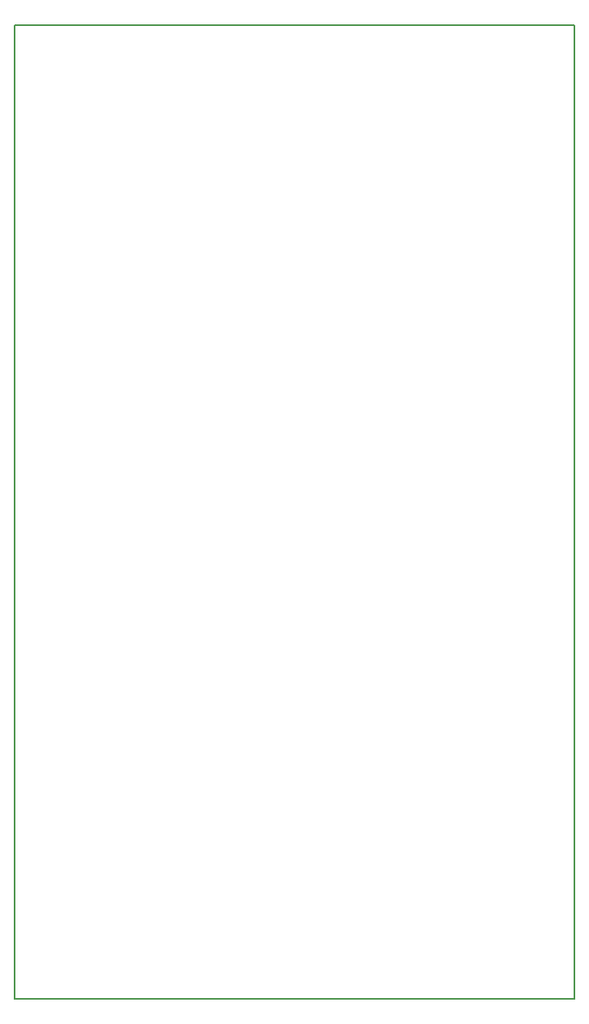
<source format=gbr>
G04 #@! TF.GenerationSoftware,KiCad,Pcbnew,(5.0.1)-4*
G04 #@! TF.CreationDate,2019-02-15T22:12:16-03:00*
G04 #@! TF.ProjectId,reflow,7265666C6F772E6B696361645F706362,rev?*
G04 #@! TF.SameCoordinates,Original*
G04 #@! TF.FileFunction,Profile,NP*
%FSLAX46Y46*%
G04 Gerber Fmt 4.6, Leading zero omitted, Abs format (unit mm)*
G04 Created by KiCad (PCBNEW (5.0.1)-4) date 15/2/2019 22:12:16*
%MOMM*%
%LPD*%
G01*
G04 APERTURE LIST*
%ADD10C,0.150000*%
G04 APERTURE END LIST*
D10*
X121920000Y-121920000D02*
X121920000Y-20320000D01*
X124460000Y-121920000D02*
X121920000Y-121920000D01*
X180340000Y-121920000D02*
X124460000Y-121920000D01*
X180340000Y-20320000D02*
X180340000Y-121920000D01*
X121920000Y-20320000D02*
X180340000Y-20320000D01*
M02*

</source>
